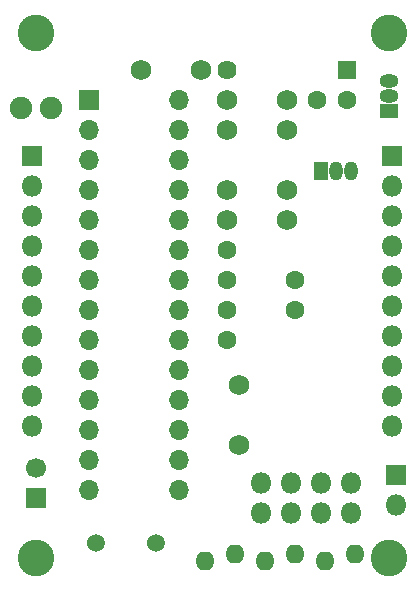
<source format=gbr>
%TF.GenerationSoftware,KiCad,Pcbnew,(5.1.6)-1*%
%TF.CreationDate,2022-03-13T12:34:37-03:00*%
%TF.ProjectId,nRF24L01_Arduino_v2,6e524632-344c-4303-915f-41726475696e,rev?*%
%TF.SameCoordinates,Original*%
%TF.FileFunction,Soldermask,Bot*%
%TF.FilePolarity,Negative*%
%FSLAX46Y46*%
G04 Gerber Fmt 4.6, Leading zero omitted, Abs format (unit mm)*
G04 Created by KiCad (PCBNEW (5.1.6)-1) date 2022-03-13 12:34:37*
%MOMM*%
%LPD*%
G01*
G04 APERTURE LIST*
%ADD10O,1.150000X1.600000*%
%ADD11R,1.150000X1.600000*%
%ADD12O,1.600000X1.150000*%
%ADD13R,1.600000X1.150000*%
%ADD14R,1.800000X1.800000*%
%ADD15O,1.800000X1.800000*%
%ADD16C,1.751000*%
%ADD17R,1.700000X1.700000*%
%ADD18O,1.700000X1.700000*%
%ADD19C,1.600000*%
%ADD20R,1.624000X1.624000*%
%ADD21C,1.624000*%
%ADD22C,3.100000*%
%ADD23C,1.700000*%
%ADD24C,1.900000*%
%ADD25O,1.624000X1.624000*%
%ADD26C,1.522400*%
G04 APERTURE END LIST*
D10*
%TO.C,Q1*%
X132715000Y-109220000D03*
X133985000Y-109220000D03*
D11*
X131445000Y-109220000D03*
%TD*%
D12*
%TO.C,CI3*%
X137160000Y-102870000D03*
X137160000Y-101600000D03*
D13*
X137160000Y-104140000D03*
%TD*%
D14*
%TO.C,P3*%
X137477500Y-107950000D03*
D15*
X137477500Y-110490000D03*
X137477500Y-113030000D03*
X137477500Y-115570000D03*
X137477500Y-118110000D03*
X137477500Y-120650000D03*
X137477500Y-123190000D03*
X137477500Y-125730000D03*
X137477500Y-128270000D03*
X137477500Y-130810000D03*
%TD*%
D16*
%TO.C,R5*%
X116205000Y-100647500D03*
X121285000Y-100647500D03*
%TD*%
D17*
%TO.C,CI1*%
X111760000Y-103187500D03*
D18*
X119380000Y-136207500D03*
X111760000Y-105727500D03*
X119380000Y-133667500D03*
X111760000Y-108267500D03*
X119380000Y-131127500D03*
X111760000Y-110807500D03*
X119380000Y-128587500D03*
X111760000Y-113347500D03*
X119380000Y-126047500D03*
X111760000Y-115887500D03*
X119380000Y-123507500D03*
X111760000Y-118427500D03*
X119380000Y-120967500D03*
X111760000Y-120967500D03*
X119380000Y-118427500D03*
X111760000Y-123507500D03*
X119380000Y-115887500D03*
X111760000Y-126047500D03*
X119380000Y-113347500D03*
X111760000Y-128587500D03*
X119380000Y-110807500D03*
X111760000Y-131127500D03*
X119380000Y-108267500D03*
X111760000Y-133667500D03*
X119380000Y-105727500D03*
X111760000Y-136207500D03*
X119380000Y-103187500D03*
%TD*%
D19*
%TO.C,C2*%
X129222500Y-120967500D03*
X129222500Y-118427500D03*
%TD*%
D20*
%TO.C,D1*%
X133667500Y-100647500D03*
D21*
X123507500Y-100647500D03*
%TD*%
D19*
%TO.C,C7*%
X123507500Y-115887500D03*
X123507500Y-118427500D03*
%TD*%
D22*
%TO.C,J4*%
X137160000Y-141922500D03*
%TD*%
%TO.C,J5*%
X107315000Y-97472500D03*
%TD*%
%TO.C,J6*%
X137160000Y-97472500D03*
%TD*%
%TO.C,J3*%
X107315000Y-141922500D03*
%TD*%
D19*
%TO.C,C5*%
X123507500Y-123507500D03*
X123507500Y-120967500D03*
%TD*%
D23*
%TO.C,C6*%
X107315000Y-134342500D03*
D17*
X107315000Y-136842500D03*
%TD*%
D19*
%TO.C,C8*%
X133667500Y-103187500D03*
X131127500Y-103187500D03*
%TD*%
D24*
%TO.C,LD1*%
X108585000Y-103822500D03*
X106045000Y-103822500D03*
%TD*%
D15*
%TO.C,Mod1*%
X126365000Y-138112500D03*
X126365000Y-135572500D03*
X128905000Y-138112500D03*
X128905000Y-135572500D03*
X131445000Y-138112500D03*
X131445000Y-135572500D03*
X133985000Y-138112500D03*
X133985000Y-135572500D03*
%TD*%
D25*
%TO.C,P1*%
X121602500Y-142240000D03*
X124142500Y-141605000D03*
X126682500Y-142240000D03*
X129222500Y-141605000D03*
X131762500Y-142240000D03*
X134302500Y-141605000D03*
%TD*%
D15*
%TO.C,P2*%
X106997500Y-130810000D03*
X106997500Y-128270000D03*
X106997500Y-125730000D03*
X106997500Y-123190000D03*
X106997500Y-120650000D03*
X106997500Y-118110000D03*
X106997500Y-115570000D03*
X106997500Y-113030000D03*
X106997500Y-110490000D03*
D14*
X106997500Y-107950000D03*
%TD*%
%TO.C,P4*%
X137795000Y-134937500D03*
D15*
X137795000Y-137477500D03*
%TD*%
D16*
%TO.C,R4*%
X128587500Y-110807500D03*
X123507500Y-110807500D03*
%TD*%
%TO.C,R6*%
X123507500Y-103187500D03*
X128587500Y-103187500D03*
%TD*%
%TO.C,R7*%
X123507500Y-105727500D03*
X128587500Y-105727500D03*
%TD*%
%TO.C,R8*%
X128587500Y-113347500D03*
X123507500Y-113347500D03*
%TD*%
D26*
%TO.C,X1*%
X117475000Y-140652500D03*
X112395000Y-140652500D03*
%TD*%
D16*
%TO.C,R9*%
X124460000Y-127317500D03*
X124460000Y-132397500D03*
%TD*%
M02*

</source>
